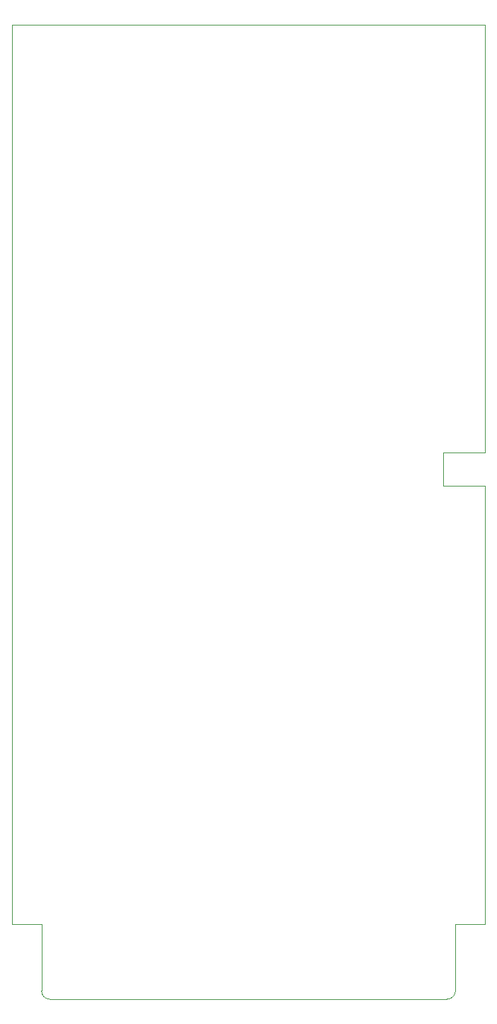
<source format=gm1>
%TF.GenerationSoftware,KiCad,Pcbnew,(5.1.10-1-10_14)*%
%TF.CreationDate,2023-03-15T03:50:06+08:00*%
%TF.ProjectId,GB_MemoryBackup_Mainboard,47425f4d-656d-46f7-9279-4261636b7570,1.0*%
%TF.SameCoordinates,Original*%
%TF.FileFunction,Profile,NP*%
%FSLAX46Y46*%
G04 Gerber Fmt 4.6, Leading zero omitted, Abs format (unit mm)*
G04 Created by KiCad (PCBNEW (5.1.10-1-10_14)) date 2023-03-15 03:50:06*
%MOMM*%
%LPD*%
G01*
G04 APERTURE LIST*
%TA.AperFunction,Profile*%
%ADD10C,0.100000*%
%TD*%
G04 APERTURE END LIST*
D10*
X112850000Y-91100000D02*
X117850000Y-91100000D01*
X112850000Y-92100000D02*
X112850000Y-91100000D01*
X117850000Y-40000000D02*
X117850000Y-91100000D01*
X61350000Y-40000000D02*
X117850000Y-40000000D01*
X61350000Y-92100000D02*
X61350000Y-40000000D01*
%TO.C,J1*%
X112850000Y-95100000D02*
X112850000Y-92100000D01*
X112850000Y-95100000D02*
X117850000Y-95100000D01*
X114350000Y-147500000D02*
X117850000Y-147500000D01*
X65850000Y-156500000D02*
X113350000Y-156500000D01*
X114350000Y-155500000D02*
X114350000Y-147500000D01*
X64850000Y-155500000D02*
X64850000Y-147500000D01*
X117850000Y-147500000D02*
X117850000Y-95100000D01*
X61350000Y-147500000D02*
X61350000Y-92100000D01*
X64850000Y-147500000D02*
X61350000Y-147500000D01*
X65850000Y-156500000D02*
G75*
G02*
X64850000Y-155500000I0J1000000D01*
G01*
X114350000Y-155500000D02*
G75*
G02*
X113350000Y-156500000I-1000000J0D01*
G01*
%TD*%
M02*

</source>
